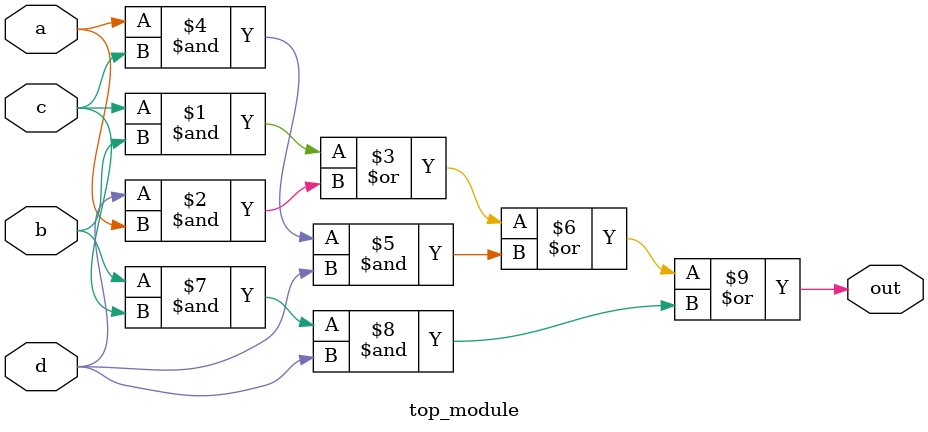
<source format=sv>
module top_module (
	input a, 
	input b,
	input c,
	input d,
	output out
);

	assign out = (c & b) | (d & a) | (a & c & d) | (b & c & d);

endmodule

</source>
